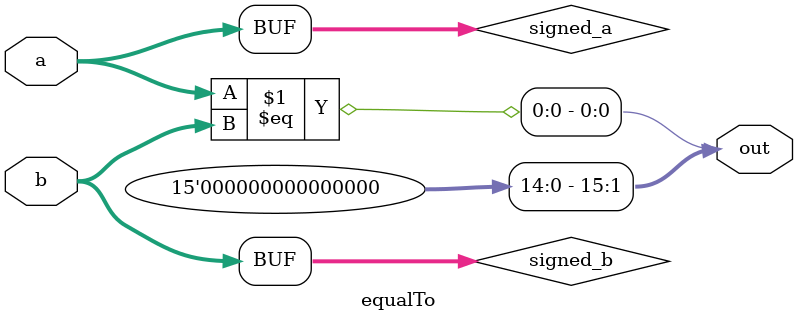
<source format=v>
module equalTo(
input [15:0] a, b,
output [15:0] out
);

wire signed [15:0] signed_a, signed_b;

assign signed_a = a;
assign signed_b = b;

assign out[15:1] = 15'b0;
assign out[0] = a == b;

endmodule
</source>
